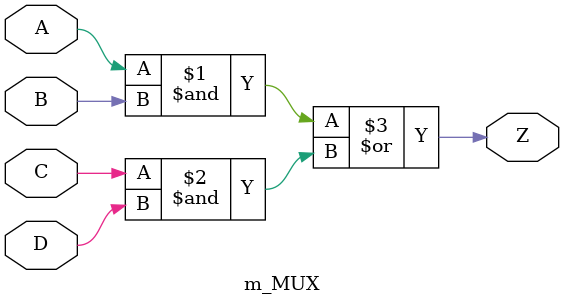
<source format=sv>
module m_MUX                                                                    //[COUNTERS.NET:00243] MODULE MUX;
(                                                                               //[COUNTERS.NET:00243] MODULE MUX;

    input    A,                                                                 //[COUNTERS.NET:00245] INPUTS	A,B,C,D;
    input    B,                                                                 //[COUNTERS.NET:00245] INPUTS	A,B,C,D;
    input    C,                                                                 //[COUNTERS.NET:00245] INPUTS	A,B,C,D;
    input    D,                                                                 //[COUNTERS.NET:00245] INPUTS	A,B,C,D;
    output    Z                                                                 //[COUNTERS.NET:00246] OUTPUTS	Z;
);                                                                              //[COUNTERS.NET:00243] MODULE MUX;
                                                                                //[COUNTERS.NET:00247] LEVEL FUNCTION;
wire ZL;                                                                        //[COUNTERS.NET:00250] ZL_(ZL) = AO2A(A,B,C,D);

assign ZL = ~((A & B)|(C & D));                                                 //[COUNTERS.NET:00250] ZL_(ZL) = AO2A(A,B,C,D);
assign Z = ~ZL;                                                                 //[COUNTERS.NET:00251] Z_(Z) = N1A(ZL);
endmodule                                                                       //[COUNTERS.NET:00252] END MODULE;

</source>
